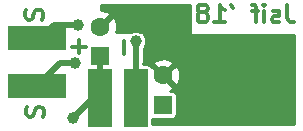
<source format=gbr>
G04 #@! TF.FileFunction,Copper,L2,Bot,Signal*
%FSLAX46Y46*%
G04 Gerber Fmt 4.6, Leading zero omitted, Abs format (unit mm)*
G04 Created by KiCad (PCBNEW 4.0.7) date 04/04/18 11:57:41*
%MOMM*%
%LPD*%
G01*
G04 APERTURE LIST*
%ADD10C,0.100000*%
%ADD11C,0.300000*%
%ADD12R,1.600000X1.600000*%
%ADD13C,1.600000*%
%ADD14R,5.000000X2.000000*%
%ADD15R,2.000000X5.000000*%
%ADD16C,1.000000*%
%ADD17C,0.500000*%
%ADD18C,0.254000*%
G04 APERTURE END LIST*
D10*
D11*
X213974714Y-111446571D02*
X213974714Y-112518000D01*
X214046142Y-112732286D01*
X214188999Y-112875143D01*
X214403285Y-112946571D01*
X214546142Y-112946571D01*
X213331857Y-112875143D02*
X213189000Y-112946571D01*
X212903285Y-112946571D01*
X212760428Y-112875143D01*
X212689000Y-112732286D01*
X212689000Y-112660857D01*
X212760428Y-112518000D01*
X212903285Y-112446571D01*
X213117571Y-112446571D01*
X213260428Y-112375143D01*
X213331857Y-112232286D01*
X213331857Y-112160857D01*
X213260428Y-112018000D01*
X213117571Y-111946571D01*
X212903285Y-111946571D01*
X212760428Y-112018000D01*
X212046142Y-112946571D02*
X212046142Y-111946571D01*
X212046142Y-111446571D02*
X212117571Y-111518000D01*
X212046142Y-111589429D01*
X211974714Y-111518000D01*
X212046142Y-111446571D01*
X212046142Y-111589429D01*
X211546142Y-111946571D02*
X210974713Y-111946571D01*
X211331856Y-112946571D02*
X211331856Y-111660857D01*
X211260428Y-111518000D01*
X211117570Y-111446571D01*
X210974713Y-111446571D01*
X209260428Y-111446571D02*
X209403285Y-111732286D01*
X207831856Y-112946571D02*
X208688999Y-112946571D01*
X208260427Y-112946571D02*
X208260427Y-111446571D01*
X208403284Y-111660857D01*
X208546142Y-111803714D01*
X208688999Y-111875143D01*
X206974713Y-112089429D02*
X207117571Y-112018000D01*
X207188999Y-111946571D01*
X207260428Y-111803714D01*
X207260428Y-111732286D01*
X207188999Y-111589429D01*
X207117571Y-111518000D01*
X206974713Y-111446571D01*
X206688999Y-111446571D01*
X206546142Y-111518000D01*
X206474713Y-111589429D01*
X206403285Y-111732286D01*
X206403285Y-111803714D01*
X206474713Y-111946571D01*
X206546142Y-112018000D01*
X206688999Y-112089429D01*
X206974713Y-112089429D01*
X207117571Y-112160857D01*
X207188999Y-112232286D01*
X207260428Y-112375143D01*
X207260428Y-112660857D01*
X207188999Y-112803714D01*
X207117571Y-112875143D01*
X206974713Y-112946571D01*
X206688999Y-112946571D01*
X206546142Y-112875143D01*
X206474713Y-112803714D01*
X206403285Y-112660857D01*
X206403285Y-112375143D01*
X206474713Y-112232286D01*
X206546142Y-112160857D01*
X206688999Y-112089429D01*
X200171857Y-114490572D02*
X200171857Y-115633429D01*
X196372943Y-115582628D02*
X196372943Y-114439771D01*
X196944371Y-115011200D02*
X195801514Y-115011200D01*
X193291543Y-120951571D02*
X193362971Y-120737285D01*
X193362971Y-120380142D01*
X193291543Y-120237285D01*
X193220114Y-120165856D01*
X193077257Y-120094428D01*
X192934400Y-120094428D01*
X192791543Y-120165856D01*
X192720114Y-120237285D01*
X192648686Y-120380142D01*
X192577257Y-120665856D01*
X192505829Y-120808714D01*
X192434400Y-120880142D01*
X192291543Y-120951571D01*
X192148686Y-120951571D01*
X192005829Y-120880142D01*
X191934400Y-120808714D01*
X191862971Y-120665856D01*
X191862971Y-120308714D01*
X191934400Y-120094428D01*
X193215343Y-112721971D02*
X193286771Y-112507685D01*
X193286771Y-112150542D01*
X193215343Y-112007685D01*
X193143914Y-111936256D01*
X193001057Y-111864828D01*
X192858200Y-111864828D01*
X192715343Y-111936256D01*
X192643914Y-112007685D01*
X192572486Y-112150542D01*
X192501057Y-112436256D01*
X192429629Y-112579114D01*
X192358200Y-112650542D01*
X192215343Y-112721971D01*
X192072486Y-112721971D01*
X191929629Y-112650542D01*
X191858200Y-112579114D01*
X191786771Y-112436256D01*
X191786771Y-112079114D01*
X191858200Y-111864828D01*
D12*
X198120000Y-115824000D03*
D13*
X198120000Y-113324000D03*
D12*
X203454000Y-119938800D03*
D13*
X203454000Y-117438800D03*
D14*
X192786000Y-114300000D03*
X192786000Y-118364000D03*
D15*
X198120000Y-119380000D03*
X201168000Y-119380000D03*
D16*
X195859400Y-121056400D03*
X198120000Y-115824000D03*
X206324200Y-118414800D03*
X212090000Y-117348000D03*
X213614000Y-117348000D03*
X213614000Y-119126000D03*
X212090000Y-119126000D03*
X210566000Y-119126000D03*
X210566000Y-117348000D03*
X196291200Y-113157000D03*
X196062600Y-116408200D03*
X201168000Y-114554000D03*
D17*
X195859400Y-121056400D02*
X197535800Y-119380000D01*
X197535800Y-119380000D02*
X198120000Y-119380000D01*
X198120000Y-115824000D02*
X198120000Y-119380000D01*
X210566000Y-117348000D02*
X212090000Y-117348000D01*
X213614000Y-117348000D02*
X213614000Y-119126000D01*
X212090000Y-119126000D02*
X210566000Y-119126000D01*
X196291200Y-113157000D02*
X194208400Y-113157000D01*
X194208400Y-113157000D02*
X193065400Y-114300000D01*
X193065400Y-114300000D02*
X192786000Y-114300000D01*
X192786000Y-118364000D02*
X194741800Y-116408200D01*
X194741800Y-116408200D02*
X196062600Y-116408200D01*
X201168000Y-119380000D02*
X201168000Y-114554000D01*
D18*
G36*
X205736572Y-113999000D02*
X214544000Y-113999000D01*
X214544000Y-121544000D01*
X202556464Y-121544000D01*
X202556464Y-121107513D01*
X202654000Y-121127264D01*
X204254000Y-121127264D01*
X204395190Y-121100697D01*
X204524865Y-121017254D01*
X204611859Y-120889934D01*
X204642464Y-120738800D01*
X204642464Y-119138800D01*
X204615897Y-118997610D01*
X204532454Y-118867935D01*
X204405134Y-118780941D01*
X204254000Y-118750336D01*
X204068773Y-118750336D01*
X204208005Y-118692664D01*
X204282139Y-118446545D01*
X203454000Y-117618405D01*
X203439858Y-117632548D01*
X203260252Y-117452942D01*
X203274395Y-117438800D01*
X203633605Y-117438800D01*
X204461745Y-118266939D01*
X204707864Y-118192805D01*
X204900965Y-117655577D01*
X204873778Y-117085346D01*
X204707864Y-116684795D01*
X204461745Y-116610661D01*
X203633605Y-117438800D01*
X203274395Y-117438800D01*
X202449567Y-116613973D01*
X202446454Y-116609135D01*
X202319134Y-116522141D01*
X202168000Y-116491536D01*
X201799000Y-116491536D01*
X201799000Y-116431055D01*
X202625861Y-116431055D01*
X203454000Y-117259195D01*
X204282139Y-116431055D01*
X204208005Y-116184936D01*
X203670777Y-115991835D01*
X203100546Y-116019022D01*
X202699995Y-116184936D01*
X202625861Y-116431055D01*
X201799000Y-116431055D01*
X201799000Y-116371572D01*
X201860000Y-116371572D01*
X201860000Y-115108043D01*
X201914440Y-115053698D01*
X202048847Y-114730011D01*
X202049153Y-114379527D01*
X201915311Y-114055605D01*
X201860000Y-114000198D01*
X201860000Y-113752429D01*
X201534928Y-113752429D01*
X201344011Y-113673153D01*
X200993527Y-113672847D01*
X200800924Y-113752429D01*
X199490889Y-113752429D01*
X199566965Y-113540777D01*
X199539778Y-112970546D01*
X199373864Y-112569995D01*
X199127745Y-112495861D01*
X198299605Y-113324000D01*
X198313748Y-113338142D01*
X198247000Y-113404890D01*
X198247000Y-113017395D01*
X198948139Y-112316255D01*
X198874005Y-112070136D01*
X198336777Y-111877035D01*
X198247000Y-111881315D01*
X198247000Y-111456000D01*
X205736572Y-111456000D01*
X205736572Y-113999000D01*
X205736572Y-113999000D01*
G37*
X205736572Y-113999000D02*
X214544000Y-113999000D01*
X214544000Y-121544000D01*
X202556464Y-121544000D01*
X202556464Y-121107513D01*
X202654000Y-121127264D01*
X204254000Y-121127264D01*
X204395190Y-121100697D01*
X204524865Y-121017254D01*
X204611859Y-120889934D01*
X204642464Y-120738800D01*
X204642464Y-119138800D01*
X204615897Y-118997610D01*
X204532454Y-118867935D01*
X204405134Y-118780941D01*
X204254000Y-118750336D01*
X204068773Y-118750336D01*
X204208005Y-118692664D01*
X204282139Y-118446545D01*
X203454000Y-117618405D01*
X203439858Y-117632548D01*
X203260252Y-117452942D01*
X203274395Y-117438800D01*
X203633605Y-117438800D01*
X204461745Y-118266939D01*
X204707864Y-118192805D01*
X204900965Y-117655577D01*
X204873778Y-117085346D01*
X204707864Y-116684795D01*
X204461745Y-116610661D01*
X203633605Y-117438800D01*
X203274395Y-117438800D01*
X202449567Y-116613973D01*
X202446454Y-116609135D01*
X202319134Y-116522141D01*
X202168000Y-116491536D01*
X201799000Y-116491536D01*
X201799000Y-116431055D01*
X202625861Y-116431055D01*
X203454000Y-117259195D01*
X204282139Y-116431055D01*
X204208005Y-116184936D01*
X203670777Y-115991835D01*
X203100546Y-116019022D01*
X202699995Y-116184936D01*
X202625861Y-116431055D01*
X201799000Y-116431055D01*
X201799000Y-116371572D01*
X201860000Y-116371572D01*
X201860000Y-115108043D01*
X201914440Y-115053698D01*
X202048847Y-114730011D01*
X202049153Y-114379527D01*
X201915311Y-114055605D01*
X201860000Y-114000198D01*
X201860000Y-113752429D01*
X201534928Y-113752429D01*
X201344011Y-113673153D01*
X200993527Y-113672847D01*
X200800924Y-113752429D01*
X199490889Y-113752429D01*
X199566965Y-113540777D01*
X199539778Y-112970546D01*
X199373864Y-112569995D01*
X199127745Y-112495861D01*
X198299605Y-113324000D01*
X198313748Y-113338142D01*
X198247000Y-113404890D01*
X198247000Y-113017395D01*
X198948139Y-112316255D01*
X198874005Y-112070136D01*
X198336777Y-111877035D01*
X198247000Y-111881315D01*
X198247000Y-111456000D01*
X205736572Y-111456000D01*
X205736572Y-113999000D01*
M02*

</source>
